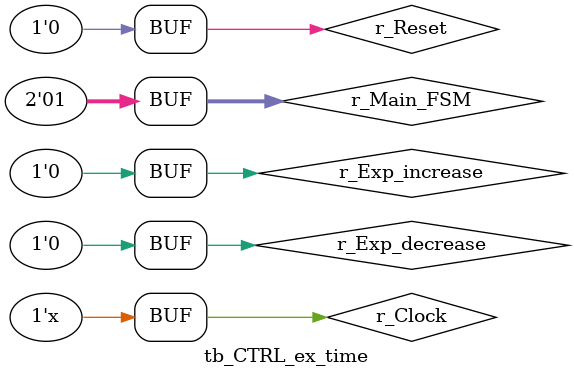
<source format=v>
`timescale 1us/1ns			//Simulation time (how often update values and sets value of delay time units)
module tb_CTRL_ex_time;
	parameter s_IDLE 		= 2'b00;
	parameter s_EXPOSURE	= 2'b01;
	parameter s_READOUT 	= 2'b10;
	
	reg r_Exp_increase = 1'b0;
	reg r_Exp_decrease = 1'b0;
	reg r_Clock = 1'b0;
	reg r_Reset = 1'b0;
	reg [1:0] r_Main_FSM = s_IDLE;
	
  	wire [4:0] w_count_time;
	
	//Instantiation of CTRL_ex_time, called UUT (Unit Under Test)
	CTRL_ex_time UUT (
		.i_Exp_increase(r_Exp_increase),
		.i_Exp_decrease(r_Exp_decrease),
		.i_Clock(r_Clock),
		.i_Reset(r_Reset),
		.i_Main_FSM(r_Main_FSM),
      	.o_count_time(w_count_time)
	);
  
  	always #2 r_Clock <= !r_Clock;
	
  	initial begin				//Function calls to create a *.vcd file
  		$dumpfile("dump.vcd");	//NECESSARY JUST TO SIMULATE IN edaplayground.com
  		$dumpvars(1);			//WITH EITHER VERILOG OR SYSTEMVERILOG
	end
  
	initial begin	//Initial block
		r_Reset <= 1'b1; #10	//10us seconds
		r_Reset <= 1'b0;
		r_Main_FSM <= s_IDLE;
		
		r_Exp_increase <= 1'b1; #10
		r_Exp_increase <= 1'b0; #10
		r_Exp_increase <= 1'b1; #10
		r_Exp_increase <= 1'b0; #10
		r_Exp_increase <= 1'b1; #10
		r_Exp_increase <= 1'b0; #10
		r_Exp_increase <= 1'b1; #10
		r_Exp_increase <= 1'b0; #10
		
		r_Exp_decrease <= 1'b1; #10
		r_Exp_decrease <= 1'b0; #10
		r_Exp_decrease <= 1'b1; #10
		r_Exp_decrease <= 1'b0; #10
		
		r_Main_FSM <= s_EXPOSURE;
		
		$display("Test Complete");
	end

endmodule	//tb_CTRL_ex_time
</source>
